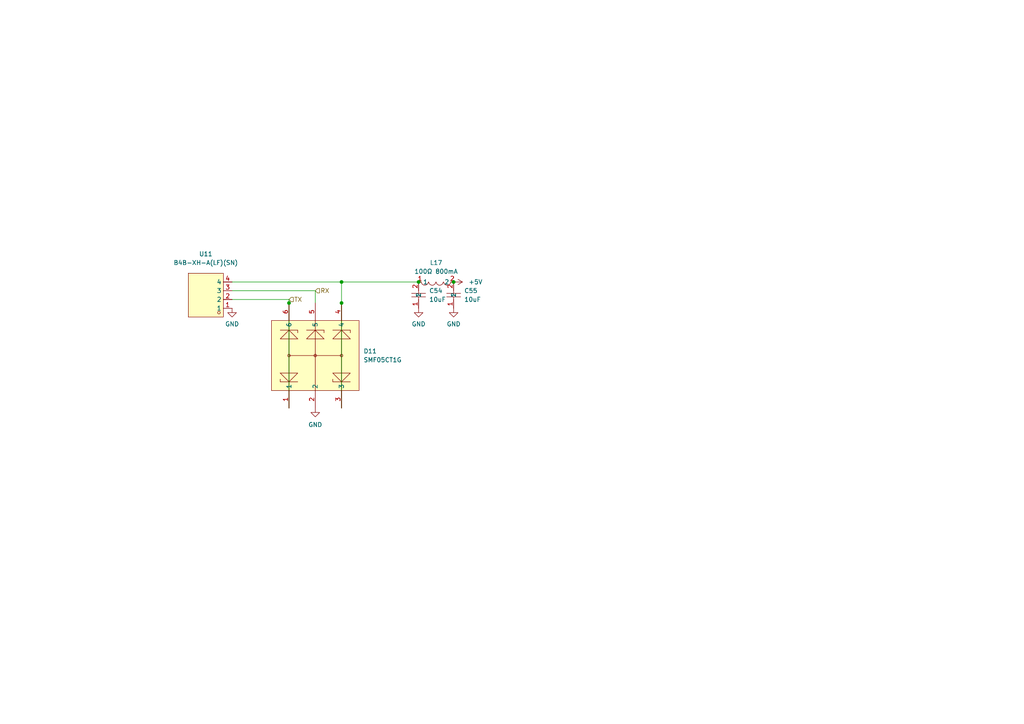
<source format=kicad_sch>
(kicad_sch (version 20211123) (generator eeschema)
  (paper "A4")
  (lib_symbols
    (symbol "easyeda2kicad: 6.3V 10uF X5R ±20% 0402"
      (property "Reference" "C" (at 0 5.08 0))
      (property "Value" " 6.3V 10uF X5R ±20% 0402" (at 0 -5.08 0))
      (symbol " 6.3V 10uF X5R ±20% 0402_0_1"
        (polyline (pts (xy -1.27 0) (xy -0.51 0)))
        (polyline (pts (xy -0.51 2.03) (xy -0.51 -2.03)))
        (polyline (pts (xy 0.51 0) (xy 1.27 0)))
        (polyline (pts (xy 0.51 2.03) (xy 0.51 -2.03)))
        (pin input line (at -3.81 0 0) (length 2.54) (name "1") (number "1"))
        (pin input line (at 3.81 0 180) (length 2.54) (name "2") (number "2"))
      )
    )
    (symbol "easyeda2kicad:100Ω 800mA"
      (property "Reference" "L" (at 0 5.08 0))
      (property "Value" "100Ω 800mA" (at 0 -5.08 0))
      (symbol "100Ω 800mA_0_1"
        (arc (start -4.29 -0.02) (mid -2.52 -0.79) (end -2.27 -0.02))
        (arc (start -2.13 -0.02) (mid -0.36 -0.79) (end -0.11 -0.02))
        (arc (start 0.02 -0.02) (mid 1.79 -0.79) (end 2.04 -0.02))
        (arc (start 2.21 -0.02) (mid 3.3 -1.12) (end 4.23 -0.02))
        (pin unspecified line (at -5.08 0 0) (length 0.762) (name "1") (number "1"))
        (pin unspecified line (at 5.08 0 180) (length 0.762) (name "2") (number "2"))
      )
    )
    (symbol "easyeda2kicad:B4B-XH-A(LF)(SN)"
      (property "Reference" "U" (at 0 10.16 0))
      (property "Value" "B4B-XH-A(LF)(SN)" (at 0 -7.62 0))
      (symbol "B4B-XH-A(LF)(SN)_0_1"
        (rectangle (start -2.54 7.62) (end 7.62 -5.08) (fill (type background)))
        (circle (center -1.27 6.35) (radius 0.38))
        (pin unspecified line (at -5.08 5.08 0) (length 2.54) (name "1") (number "1"))
        (pin unspecified line (at -5.08 2.54 0) (length 2.54) (name "2") (number "2"))
        (pin unspecified line (at -5.08 0 0) (length 2.54) (name "3") (number "3"))
        (pin unspecified line (at -5.08 -2.54 0) (length 2.54) (name "4") (number "4"))
      )
    )
    (symbol "easyeda2kicad:SMF05CT1G"
      (property "Reference" "D" (at 0 12.7 0))
      (property "Value" "SMF05CT1G" (at 0 -12.7 0))
      (symbol "SMF05CT1G_0_1"
        (rectangle (start -10.16 12.7) (end 10.16 -12.7) (fill (type background)))
        (circle (center 0 -7.62) (radius 0.38))
        (polyline (pts (xy -10.16 -7.62) (xy 10.16 -7.62)))
        (polyline (pts (xy -10.16 0) (xy 0 0)))
        (polyline (pts (xy -10.16 7.62) (xy 10.16 7.62)))
        (polyline (pts (xy -7.62 -10.16) (xy -7.62 -5.08)))
        (polyline (pts (xy -7.62 -5.08) (xy -6.86 -5.08)))
        (polyline (pts (xy -7.62 5.08) (xy -7.62 10.16)))
        (polyline (pts (xy -7.62 10.16) (xy -6.86 10.16)))
        (polyline (pts (xy 0 -7.62) (xy 0 7.62)))
        (polyline (pts (xy 0 0) (xy 10.16 0)))
        (polyline (pts (xy 7.37 -10.16) (xy 6.6 -10.16)))
        (polyline (pts (xy 7.37 -5.08) (xy 7.37 -10.16)))
        (polyline (pts (xy 7.37 -2.54) (xy 6.6 -2.54)))
        (polyline (pts (xy 7.37 2.54) (xy 7.37 -2.54)))
        (polyline (pts (xy 7.37 5.08) (xy 6.6 5.08)))
        (polyline (pts (xy 7.37 10.16) (xy 7.37 5.08)))
        (polyline (pts (xy -5.08 -5.08) (xy -7.62 -7.62) (xy -5.08 -10.16) (xy -5.08 -5.08)) (fill (type background)))
        (polyline (pts (xy -5.08 10.16) (xy -7.62 7.62) (xy -5.08 5.08) (xy -5.08 10.16)) (fill (type background)))
        (polyline (pts (xy 4.83 -10.16) (xy 7.37 -7.62) (xy 4.83 -5.08) (xy 4.83 -10.16)) (fill (type background)))
        (polyline (pts (xy 4.83 -2.54) (xy 7.37 0) (xy 4.83 2.54) (xy 4.83 -2.54)) (fill (type background)))
        (polyline (pts (xy 4.83 5.08) (xy 7.37 7.62) (xy 4.83 10.16) (xy 4.83 5.08)) (fill (type background)))
        (circle (center 0 0) (radius 0.38))
        (circle (center 0 7.62) (radius 0.38))
        (arc (start 0.25 -7.62) (mid 0.25 -7.61) (end 0.25 -7.62))
        (arc (start 0.25 0) (mid 0.25 0.01) (end 0.25 0))
        (arc (start 0.25 7.62) (mid 0.25 7.63) (end 0.25 7.62))
        (pin input line (at -15.24 7.62 0) (length 5.08) (name "1") (number "1"))
        (pin input line (at -15.24 0 0) (length 5.08) (name "2") (number "2"))
        (pin input line (at -15.24 -7.62 0) (length 5.08) (name "3") (number "3"))
        (pin input line (at 15.24 -7.62 180) (length 5.08) (name "4") (number "4"))
        (pin input line (at 15.24 0 180) (length 5.08) (name "5") (number "5"))
        (pin input line (at 15.24 7.62 180) (length 5.08) (name "6") (number "6"))
      )
    )
    (symbol "power:+5V" (power) (pin_names (offset 0))
      (property "Value" "+5V" (at 0 3.556 0))
      (symbol "+5V_0_1"
        (polyline (pts (xy -0.762 1.27) (xy 0 2.54)))
        (polyline (pts (xy 0 0) (xy 0 2.54)))
        (polyline (pts (xy 0 2.54) (xy 0.762 1.27)))
      )
      (symbol "+5V_1_1"
        (pin power_in line (at 0 0 90) (length 0) hide (name "+5V") (number "1"))
      )
    )
    (symbol "power:GND" (power) (pin_names (offset 0))
      (property "Value" "GND" (at 0 -3.81 0))
      (symbol "GND_0_1"
        (polyline (pts (xy 0 0) (xy 0 -1.27) (xy 1.27 -1.27) (xy 0 -2.54) (xy -1.27 -1.27) (xy 0 -1.27)))
      )
      (symbol "GND_1_1"
        (pin power_in line (at 0 0 270) (length 0) hide (name "GND") (number "1"))
      )
    )
  )
  (junction (at 83.82 87.884))
  (junction (at 99.06 87.884))
  (junction (at 121.412 81.788))
  (junction (at 131.572 81.788))
  (junction (at 99.06 81.788))
  (wire (pts (xy 99.06 87.884) (xy 99.06 81.788)))
  (wire (pts (xy 99.06 81.788) (xy 121.412 81.788)))
  (wire (pts (xy 83.82 86.868) (xy 83.82 87.884)))
  (wire (pts (xy 67.31 86.868) (xy 83.82 86.868)))
  (wire (pts (xy 91.44 84.328) (xy 67.31 84.328)))
  (wire (pts (xy 91.44 87.884) (xy 91.44 84.328)))
  (wire (pts (xy 99.06 87.884) (xy 99.06 118.364)))
  (wire (pts (xy 83.82 87.884) (xy 83.82 118.364)))
  (wire (pts (xy 99.06 81.788) (xy 67.31 81.788)))
  (hierarchical_label "RX" (shape input) (at 91.44 84.328 0))
  (hierarchical_label "TX" (shape input) (at 83.82 86.868 0))
  (symbol (lib_id "power:GND") (at 121.412 89.408 0) (unit 1)
    (property "Reference" "#PWR0215" (effects hide))
    (property "Value" "GND" (at 121.412 93.98 0))
  )
  (symbol (lib_id "power:GND") (at 91.44 118.364 0) (unit 1)
    (property "Reference" "#PWR0216" (effects hide))
    (property "Value" "GND" (at 91.44 123.19 0))
  )
  (symbol (lib_id "power:GND") (at 67.31 89.408 0) (unit 1)
    (property "Reference" "#PWR0212" (effects hide))
    (property "Value" "GND" (at 67.31 93.98 0))
  )
  (symbol (lib_id "power:+5V") (at 131.572 81.788 270) (unit 1)
    (property "Reference" "#PWR0214" (effects hide))
    (property "Value" "+5V" (at 135.89 81.7879 90) (effects (justify left)))
  )
  (symbol (lib_id "power:GND") (at 131.572 89.408 0) (unit 1)
    (property "Reference" "#PWR0213" (effects hide))
    (property "Value" "GND" (at 131.572 93.98 0))
  )
  (symbol (lib_id "easyeda2kicad:100Ω 800mA") (at 126.492 81.788 0) (unit 1)
    (property "Reference" "L17" (at 126.492 76.2 0))
    (property "Value" "100Ω 800mA" (at 126.492 78.74 0))
    (property "Footprint" "easyeda2kicad:L0805" (effects hide))
    (property "Datasheet" "https://lcsc.com/product-detail/Ferrite-Beads-And-Chips_100R-25-100MHz_C1015.html" (effects hide))
    (property "Manufacturer" "Sunlord(顺络)" (effects hide))
    (property "LCSC Part" "C1015" (effects hide))
    (property "JLC Part" "Basic Part" (effects hide))
  )
  (symbol (lib_id "easyeda2kicad: 6.3V 10uF X5R ±20% 0402") (at 121.412 85.598 90) (unit 1)
    (property "Reference" "C54" (at 124.46 84.3279 90) (effects (justify right)))
    (property "Value" "10uF" (at 124.46 86.8679 90) (effects (justify right)))
    (property "Footprint" "easyeda2kicad:C0402" (effects hide))
    (property "Datasheet" "https://lcsc.com/product-detail/Multilayer-Ceramic-Capacitors-MLCC-SMD-SMT_SAMSUNG_CL05A106MQ5NUNC_10uF-106-20-6-3V_C15525.html" (effects hide))
    (property "Manufacturer" "SAMSUNG(三星)" (effects hide))
    (property "LCSC Part" "C15525" (effects hide))
    (property "JLC Part" "Basic Part" (effects hide))
  )
  (symbol (lib_id "easyeda2kicad:SMF05CT1G") (at 91.44 103.124 90) (unit 1)
    (property "Reference" "D11" (at 105.41 101.8539 90) (effects (justify right)))
    (property "Value" "SMF05CT1G" (at 105.41 104.3939 90) (effects (justify right)))
    (property "Footprint" "easyeda2kicad:SOT-363_L2.0-W1.3-P0.65-LS2.1-BR" (effects hide))
    (property "Datasheet" "https://lcsc.com/product-detail/TVS_ON_SMF05CT1G_SMF05CT1G_C15879.html" (effects hide))
    (property "Manufacturer" "onsemi(安森美)" (effects hide))
    (property "LCSC Part" "C15879" (effects hide))
    (property "JLC Part" "Basic Part" (effects hide))
  )
  (symbol (lib_id "easyeda2kicad:B4B-XH-A(LF)(SN)") (at 62.23 84.328 180) (unit 1)
    (property "Reference" "U11" (at 59.69 73.66 0))
    (property "Value" "B4B-XH-A(LF)(SN)" (at 59.69 76.2 0))
    (property "Footprint" "easyeda2kicad:CONN-TH_B4B-XH-A-LF-SN" (effects hide))
    (property "Datasheet" "https://lcsc.com/product-detail/_JST-Sales-America_B4B-XH-A-LF-SN_JST-Sales-America-B4B-XH-A-LF-SN_C144395.html" (effects hide))
    (property "Manufacturer" "JST" (effects hide))
    (property "LCSC Part" "C144395" (effects hide))
    (property "JLC Part" "Extended Part" (effects hide))
  )
  (symbol (lib_id "easyeda2kicad: 6.3V 10uF X5R ±20% 0402") (at 131.572 85.598 90) (unit 1)
    (property "Reference" "C55" (at 134.62 84.3279 90) (effects (justify right)))
    (property "Value" "10uF" (at 134.62 86.8679 90) (effects (justify right)))
    (property "Footprint" "easyeda2kicad:C0402" (effects hide))
    (property "Datasheet" "https://lcsc.com/product-detail/Multilayer-Ceramic-Capacitors-MLCC-SMD-SMT_SAMSUNG_CL05A106MQ5NUNC_10uF-106-20-6-3V_C15525.html" (effects hide))
    (property "Manufacturer" "SAMSUNG(三星)" (effects hide))
    (property "LCSC Part" "C15525" (effects hide))
    (property "JLC Part" "Basic Part" (effects hide))
  )
)
</source>
